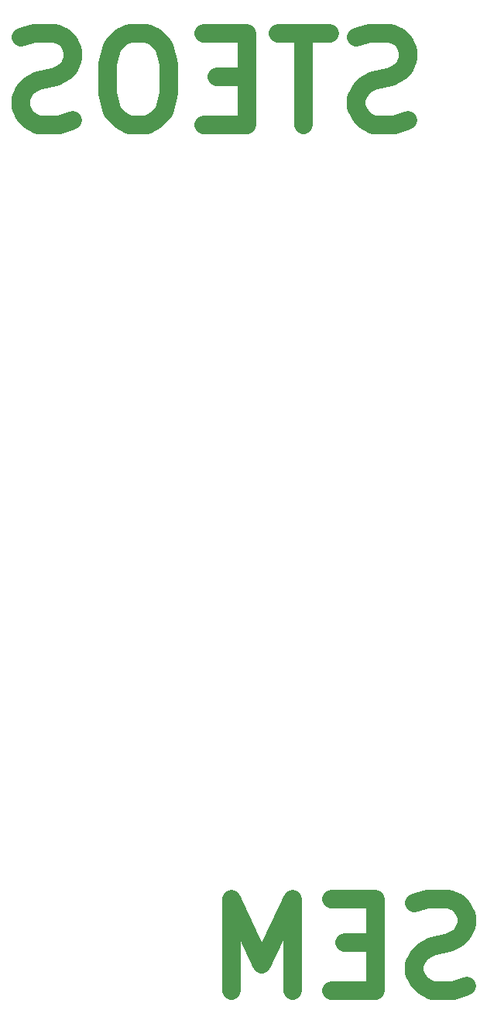
<source format=gbr>
%TF.GenerationSoftware,KiCad,Pcbnew,(5.1.9)-1*%
%TF.CreationDate,2021-04-29T12:36:39-05:00*%
%TF.ProjectId,controller_bldc,636f6e74-726f-46c6-9c65-725f626c6463,rev?*%
%TF.SameCoordinates,Original*%
%TF.FileFunction,Legend,Bot*%
%TF.FilePolarity,Positive*%
%FSLAX46Y46*%
G04 Gerber Fmt 4.6, Leading zero omitted, Abs format (unit mm)*
G04 Created by KiCad (PCBNEW (5.1.9)-1) date 2021-04-29 12:36:39*
%MOMM*%
%LPD*%
G01*
G04 APERTURE LIST*
%ADD10C,2.000000*%
G04 APERTURE END LIST*
D10*
X206897238Y-109203619D02*
X205468666Y-109679809D01*
X203087714Y-109679809D01*
X202135333Y-109203619D01*
X201659142Y-108727428D01*
X201182952Y-107775047D01*
X201182952Y-106822666D01*
X201659142Y-105870285D01*
X202135333Y-105394095D01*
X203087714Y-104917904D01*
X204992476Y-104441714D01*
X205944857Y-103965523D01*
X206421047Y-103489333D01*
X206897238Y-102536952D01*
X206897238Y-101584571D01*
X206421047Y-100632190D01*
X205944857Y-100156000D01*
X204992476Y-99679809D01*
X202611523Y-99679809D01*
X201182952Y-100156000D01*
X196897238Y-104441714D02*
X193563904Y-104441714D01*
X192135333Y-109679809D02*
X196897238Y-109679809D01*
X196897238Y-99679809D01*
X192135333Y-99679809D01*
X187849619Y-109679809D02*
X187849619Y-99679809D01*
X184516285Y-106822666D01*
X181182952Y-99679809D01*
X181182952Y-109679809D01*
X200514476Y-14715619D02*
X199085904Y-15191809D01*
X196704952Y-15191809D01*
X195752571Y-14715619D01*
X195276380Y-14239428D01*
X194800190Y-13287047D01*
X194800190Y-12334666D01*
X195276380Y-11382285D01*
X195752571Y-10906095D01*
X196704952Y-10429904D01*
X198609714Y-9953714D01*
X199562095Y-9477523D01*
X200038285Y-9001333D01*
X200514476Y-8048952D01*
X200514476Y-7096571D01*
X200038285Y-6144190D01*
X199562095Y-5668000D01*
X198609714Y-5191809D01*
X196228761Y-5191809D01*
X194800190Y-5668000D01*
X191943047Y-5191809D02*
X186228761Y-5191809D01*
X189085904Y-15191809D02*
X189085904Y-5191809D01*
X182895428Y-9953714D02*
X179562095Y-9953714D01*
X178133523Y-15191809D02*
X182895428Y-15191809D01*
X182895428Y-5191809D01*
X178133523Y-5191809D01*
X171943047Y-5191809D02*
X170038285Y-5191809D01*
X169085904Y-5668000D01*
X168133523Y-6620380D01*
X167657333Y-8525142D01*
X167657333Y-11858476D01*
X168133523Y-13763238D01*
X169085904Y-14715619D01*
X170038285Y-15191809D01*
X171943047Y-15191809D01*
X172895428Y-14715619D01*
X173847809Y-13763238D01*
X174324000Y-11858476D01*
X174324000Y-8525142D01*
X173847809Y-6620380D01*
X172895428Y-5668000D01*
X171943047Y-5191809D01*
X163847809Y-14715619D02*
X162419238Y-15191809D01*
X160038285Y-15191809D01*
X159085904Y-14715619D01*
X158609714Y-14239428D01*
X158133523Y-13287047D01*
X158133523Y-12334666D01*
X158609714Y-11382285D01*
X159085904Y-10906095D01*
X160038285Y-10429904D01*
X161943047Y-9953714D01*
X162895428Y-9477523D01*
X163371619Y-9001333D01*
X163847809Y-8048952D01*
X163847809Y-7096571D01*
X163371619Y-6144190D01*
X162895428Y-5668000D01*
X161943047Y-5191809D01*
X159562095Y-5191809D01*
X158133523Y-5668000D01*
M02*

</source>
